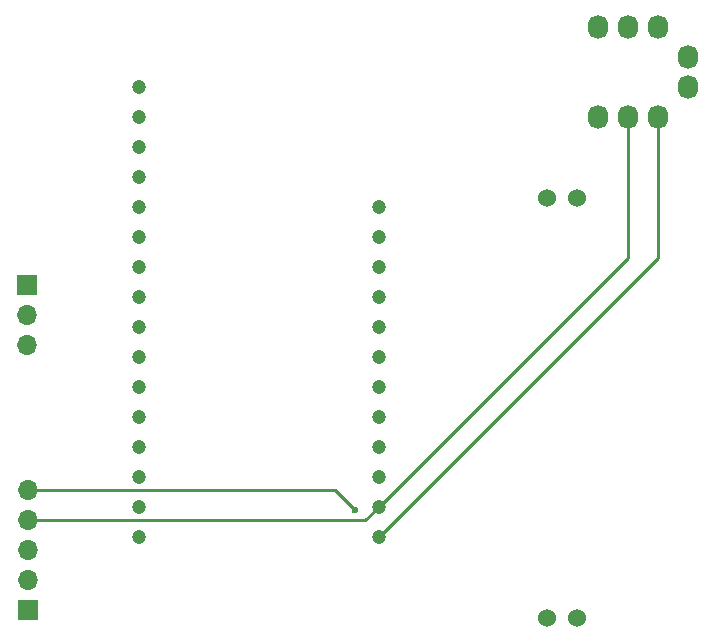
<source format=gbr>
G04 #@! TF.FileFunction,Copper,L2,Bot,Signal*
%FSLAX46Y46*%
G04 Gerber Fmt 4.6, Leading zero omitted, Abs format (unit mm)*
G04 Created by KiCad (PCBNEW 4.0.5) date 03/27/17 13:56:34*
%MOMM*%
%LPD*%
G01*
G04 APERTURE LIST*
%ADD10C,0.100000*%
%ADD11C,1.200000*%
%ADD12C,1.524000*%
%ADD13R,1.700000X1.700000*%
%ADD14O,1.700000X1.700000*%
%ADD15O,1.727200X2.032000*%
%ADD16C,0.600000*%
%ADD17C,0.250000*%
G04 APERTURE END LIST*
D10*
D11*
X194564000Y-78486000D03*
X194564000Y-81026000D03*
X194564000Y-83566000D03*
X194564000Y-86106000D03*
X214884000Y-88646000D03*
X194564000Y-88646000D03*
X214884000Y-91186000D03*
X194564000Y-91186000D03*
X214884000Y-93726000D03*
X194564000Y-93726000D03*
X214884000Y-96266000D03*
X194564000Y-96266000D03*
X214884000Y-98806000D03*
X194564000Y-98806000D03*
X214884000Y-101346000D03*
X194564000Y-101346000D03*
X214884000Y-103886000D03*
X194564000Y-103886000D03*
X214884000Y-106426000D03*
X194564000Y-106426000D03*
X214884000Y-108966000D03*
X194564000Y-108966000D03*
X214884000Y-111506000D03*
X194564000Y-111506000D03*
X214884000Y-114046000D03*
X194564000Y-114046000D03*
X214884000Y-116586000D03*
X194564000Y-116586000D03*
D12*
X229108000Y-87884000D03*
X231648000Y-87884000D03*
X231648000Y-123444000D03*
X229108000Y-123444000D03*
D13*
X185209906Y-122821040D03*
D14*
X185209906Y-120281040D03*
X185209906Y-117741040D03*
X185209906Y-115201040D03*
X185209906Y-112661040D03*
D13*
X185109818Y-95294706D03*
D14*
X185109818Y-97834706D03*
X185109818Y-100374706D03*
D15*
X238506000Y-81026000D03*
X235966000Y-81026000D03*
X233426000Y-81026000D03*
X241046000Y-78486000D03*
X241046000Y-75946000D03*
X238506000Y-73406000D03*
X235966000Y-73406000D03*
X233426000Y-73406000D03*
D16*
X212852000Y-114300000D03*
D17*
X214884000Y-114046000D02*
X235966000Y-92964000D01*
X235966000Y-92964000D02*
X235966000Y-81026000D01*
X185209906Y-115201040D02*
X213728960Y-115201040D01*
X213728960Y-115201040D02*
X214884000Y-114046000D01*
X214884000Y-116586000D02*
X238506000Y-92964000D01*
X238506000Y-92964000D02*
X238506000Y-81026000D01*
X185209906Y-112661040D02*
X211213040Y-112661040D01*
X211213040Y-112661040D02*
X212852000Y-114300000D01*
M02*

</source>
